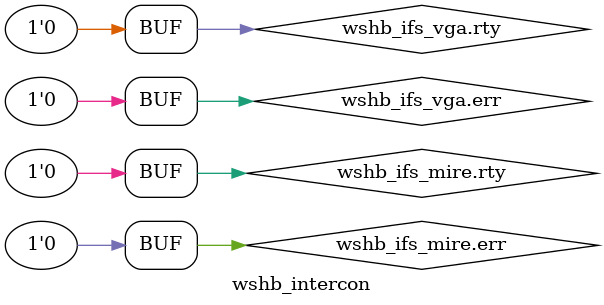
<source format=sv>
module wshb_intercon (
    wshb_if.slave  wshb_ifs_mire,
    wshb_if.slave  wshb_ifs_vga,
    wshb_if.master wshb_ifm
);
  logic token;  // 0 -> VGA, 1 -> Mire

  // Arbitre (token)
  always_ff @(posedge wshb_ifm.clk) begin
    if (wshb_ifm.rst) begin
      token <= 1;
    end else begin
      token <= ((token && !wshb_ifs_mire.cyc) || (!token && !wshb_ifs_vga.cyc)) ? !token : token;
    end
  end

  // Distributeur de signal 
  always_comb begin
    if (token) begin // Mire a le jeton
      wshb_ifm.cyc = wshb_ifs_mire.cyc;
      wshb_ifm.stb = wshb_ifs_mire.stb;
      wshb_ifm.adr = wshb_ifs_mire.adr;
      wshb_ifm.we = wshb_ifs_mire.we;
      wshb_ifm.dat_ms = wshb_ifs_mire.dat_ms;
      wshb_ifm.sel = wshb_ifs_mire.sel;
      wshb_ifm.cti = wshb_ifs_mire.cti;
      wshb_ifm.bte = wshb_ifs_mire.bte;

      wshb_ifs_mire.ack = wshb_ifm.ack;
      wshb_ifs_vga.ack = 0;
      wshb_ifs_mire.dat_sm = wshb_ifm.dat_sm;
      wshb_ifs_vga.dat_sm = 0;
    end else begin // VGA a le jeton
      wshb_ifm.cyc = wshb_ifs_vga.cyc;
      wshb_ifm.stb = wshb_ifs_vga.stb;
      wshb_ifm.adr = wshb_ifs_vga.adr;
      wshb_ifm.we = wshb_ifs_vga.we;
      wshb_ifm.dat_ms = wshb_ifs_vga.dat_ms;
      wshb_ifm.sel = wshb_ifs_vga.sel;
      wshb_ifm.cti = wshb_ifs_vga.cti;
      wshb_ifm.bte = wshb_ifs_vga.bte;

      wshb_ifs_vga.ack = wshb_ifm.ack;
      wshb_ifs_mire.ack = 0;
      wshb_ifs_vga.dat_sm = wshb_ifm.dat_sm;
      wshb_ifs_mire.dat_sm = 0;
    end

    // Les signaux que nous n'utilisons pas dans le cadre de SE204
    wshb_ifs_mire.err = 0;
    wshb_ifs_vga.err = 0;
    wshb_ifs_mire.rty = 0;
    wshb_ifs_vga.rty = 0;
  end

endmodule

</source>
